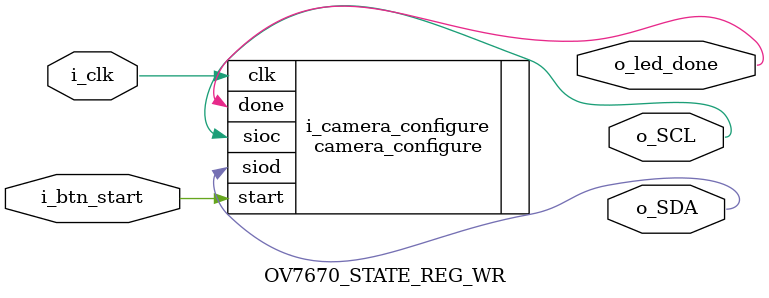
<source format=v>
`timescale 1ns/1ps

module OV7670_STATE_REG_WR #(
        parameter CLK_FREQ=25000000
    )(
        // System
        input       wire            i_clk,

        // IO
        input       wire            i_btn_start,
        output      wire            o_led_done,

        // OV7670
        output      wire            o_SCL,
        output      wire            o_SDA
    );

        camera_configure            #(
            .CLK_FREQ               (CLK_FREQ)
        )                           i_camera_configure(
            .clk                    (i_clk),
            .start                  (i_btn_start),
            .sioc                   (o_SCL),
            .siod                   (o_SDA),
            .done                   (o_led_done)
        );
    
endmodule
</source>
